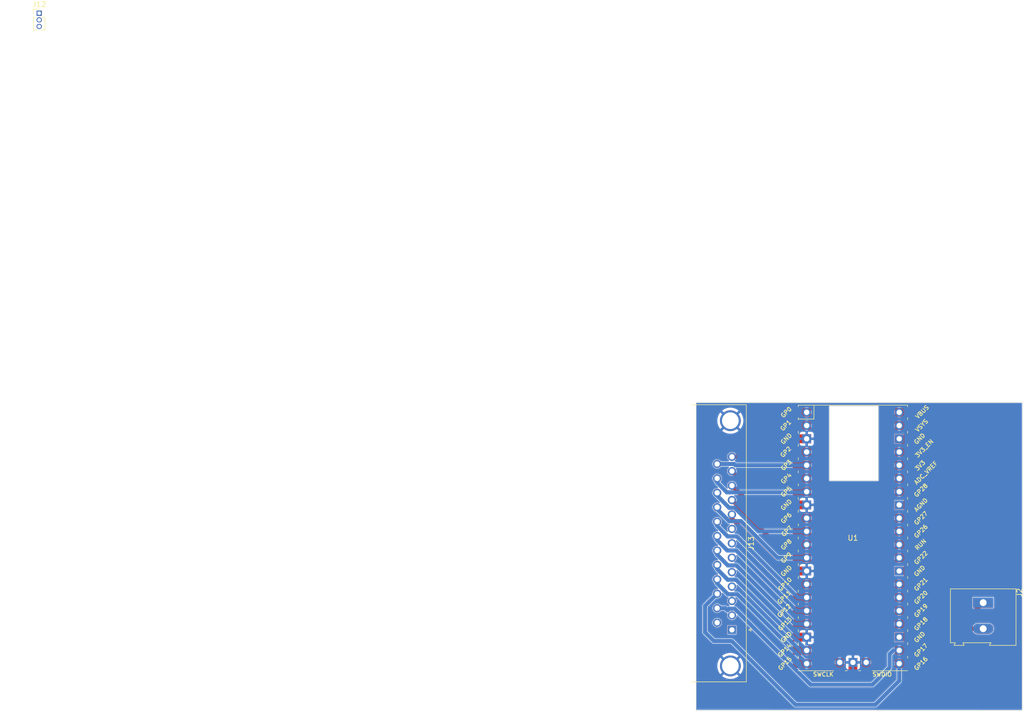
<source format=kicad_pcb>
(kicad_pcb (version 20221018) (generator pcbnew)
  (layers (0 "F.Cu" signal) (31 "B.Cu" signal) (34 "B.Paste" user) (35 "F.Paste" user) (36 "B.SilkS" user "B.Silkscreen") (37 "F.SilkS" user "F.Silkscreen") (38 "B.Mask" user) (39 "F.Mask" user) (44 "Edge.Cuts" user))
  (net 0 "")
  (net 1 "Net-(J2-Pin_1)")
  (net 2 "Net-(J2-Pin_2)")
  (net 3 "GND")
  (net 19 "Net-(J12-Pin_1)")
  (net 20 "Net-(J12-Pin_3)")
  (net 29 "Net-(U1-GPIO10)")
  (net 30 "Net-(U1-GPIO8)")
  (net 31 "Net-(U1-GPIO6)")
  (net 32 "Net-(U1-GPIO4)")
  (net 33 "Net-(U1-GPIO2)")
  (net 35 "Net-(J13-P15)")
  (net 36 "Net-(J13-P16)")
  (net 37 "Net-(J13-P17)")
  (net 38 "Net-(J13-P18)")
  (net 39 "Net-(J13-P19)")
  (net 40 "Net-(J13-P20)")
  (net 41 "Net-(J13-P21)")
  (net 42 "Net-(J13-P22)")
  (net 43 "Net-(J13-P23)")
  (net 44 "Net-(J13-P24)")
  (net 45 "Net-(J13-P25)")
  (net 46 "Net-(J13-P14)")
  (net 47 "unconnected-(U1-GND-Pad38)")
  (footprint "TerminalBlock:TerminalBlock_Altech_AK300-2_P5.00mm" (layer "F.Cu") (at 182.88 114.38 -90)
    (fp_text reference "J2" (at -1.92 -6.99 90) (layer "F.SilkS"))
    (fp_text value "Screw_Terminal_01x02")
    (fp_line (start -2.65 -6.3) (end -2.65 6.3) (stroke (width 0.12)) (layer "F.SilkS"))
    (fp_line (start -2.65 6.3) (end 7.7 6.3) (stroke (width 0.12)) (layer "F.SilkS"))
    (fp_line (start 7.7 -1.5) (end 8.2 -1.2) (stroke (width 0.12)) (layer "F.SilkS"))
    (fp_line (start 7.7 3.9) (end 7.7 -1.5) (stroke (width 0.12)) (layer "F.SilkS"))
    (fp_line (start 7.7 5.35) (end 8.2 5.6) (stroke (width 0.12)) (layer "F.SilkS"))
    (fp_line (start 7.7 6.3) (end 7.7 5.35) (stroke (width 0.12)) (layer "F.SilkS"))
    (fp_line (start 8.2 -6.3) (end -2.65 -6.3) (stroke (width 0.12)) (layer "F.SilkS"))
    (fp_line (start 8.2 -1.2) (end 8.2 -6.3) (stroke (width 0.12)) (layer "F.SilkS"))
    (fp_line (start 8.2 3.65) (end 7.7 3.9) (stroke (width 0.12)) (layer "F.SilkS"))
    (fp_line (start 8.2 3.7) (end 8.2 3.65) (stroke (width 0.12)) (layer "F.SilkS"))
    (fp_line (start 8.2 5.6) (end 8.2 3.7) (stroke (width 0.12)) (layer "F.SilkS"))
    (pad "1" thru_hole rect (at 0 0 270) (size 1.98 3.96) (drill 1.32) (layers "*.Cu" "*.Mask") (net 1 "Net-(J2-Pin_1)"))
    (pad "2" thru_hole oval (at 5 0 270) (size 1.98 3.96) (drill 1.32) (layers "*.Cu" "*.Mask") (net 2 "Net-(J2-Pin_2)"))
  )
  (footprint "Connector_Dsub:DSUB-25_Female_Horizontal_P2.77x2.84mm_EdgePinOffset4.94mm_Housed_MountingHolesOffset7.48mm" (layer "F.Cu") (at 134.62 119.6 -90)
    (fp_text reference "J13" (at -16.62 -3.7 90) (layer "F.SilkS"))
    (fp_text value "DB25_Plug_MountingHoles")
    (fp_line (start -43.23 -2.76) (end 9.99 -2.76) (stroke (width 0.12)) (layer "F.SilkS"))
    (fp_line (start -43.23 7.72) (end -43.23 -2.76) (stroke (width 0.12)) (layer "F.SilkS"))
    (fp_line (start -0.25 -3.654338) (end 0.25 -3.654338) (stroke (width 0.12)) (layer "F.SilkS"))
    (fp_line (start 0 -3.221325) (end -0.25 -3.654338) (stroke (width 0.12)) (layer "F.SilkS"))
    (fp_line (start 0.25 -3.654338) (end 0 -3.221325) (stroke (width 0.12)) (layer "F.SilkS"))
    (fp_line (start 9.99 -2.76) (end 9.99 7.72) (stroke (width 0.12)) (layer "F.SilkS"))
    (pad "0" thru_hole circle (at -40.17 0.3 270) (size 4 4) (drill 3.2) (layers "*.Cu" "*.Mask") (net 3 "GND"))
    (pad "0" thru_hole circle (at 6.93 0.3 270) (size 4 4) (drill 3.2) (layers "*.Cu" "*.Mask") (net 3 "GND"))
    (pad "1" thru_hole rect (at 0 0 270) (size 1.6 1.6) (drill 1) (layers "*.Cu" "*.Mask"))
    (pad "2" thru_hole circle (at -2.77 0 270) (size 1.6 1.6) (drill 1) (layers "*.Cu" "*.Mask"))
    (pad "3" thru_hole circle (at -5.54 0 270) (size 1.6 1.6) (drill 1) (layers "*.Cu" "*.Mask"))
    (pad "4" thru_hole circle (at -8.31 0 270) (size 1.6 1.6) (drill 1) (layers "*.Cu" "*.Mask"))
    (pad "5" thru_hole circle (at -11.08 0 270) (size 1.6 1.6) (drill 1) (layers "*.Cu" "*.Mask"))
    (pad "6" thru_hole circle (at -13.85 0 270) (size 1.6 1.6) (drill 1) (layers "*.Cu" "*.Mask"))
    (pad "7" thru_hole circle (at -16.62 0 270) (size 1.6 1.6) (drill 1) (layers "*.Cu" "*.Mask"))
    (pad "8" thru_hole circle (at -19.39 0 270) (size 1.6 1.6) (drill 1) (layers "*.Cu" "*.Mask"))
    (pad "9" thru_hole circle (at -22.16 0 270) (size 1.6 1.6) (drill 1) (layers "*.Cu" "*.Mask") (net 29 "Net-(U1-GPIO10)"))
    (pad "10" thru_hole circle (at -24.93 0 270) (size 1.6 1.6) (drill 1) (layers "*.Cu" "*.Mask") (net 30 "Net-(U1-GPIO8)"))
    (pad "11" thru_hole circle (at -27.7 0 270) (size 1.6 1.6) (drill 1) (layers "*.Cu" "*.Mask") (net 31 "Net-(U1-GPIO6)"))
    (pad "12" thru_hole circle (at -30.47 0 270) (size 1.6 1.6) (drill 1) (layers "*.Cu" "*.Mask") (net 32 "Net-(U1-GPIO4)"))
    (pad "13" thru_hole circle (at -33.24 0 270) (size 1.6 1.6) (drill 1) (layers "*.Cu" "*.Mask") (net 33 "Net-(U1-GPIO2)"))
    (pad "14" thru_hole circle (at -1.385 2.84 270) (size 1.6 1.6) (drill 1) (layers "*.Cu" "*.Mask"))
    (pad "15" thru_hole circle (at -4.155 2.84 270) (size 1.6 1.6) (drill 1) (layers "*.Cu" "*.Mask") (net 35 "Net-(J13-P15)"))
    (pad "16" thru_hole circle (at -6.925 2.84 270) (size 1.6 1.6) (drill 1) (layers "*.Cu" "*.Mask") (net 36 "Net-(J13-P16)"))
    (pad "17" thru_hole circle (at -9.695 2.84 270) (size 1.6 1.6) (drill 1) (layers "*.Cu" "*.Mask") (net 37 "Net-(J13-P17)"))
    (pad "18" thru_hole circle (at -12.465 2.84 270) (size 1.6 1.6) (drill 1) (layers "*.Cu" "*.Mask") (net 38 "Net-(J13-P18)"))
    (pad "19" thru_hole circle (at -15.235 2.84 270) (size 1.6 1.6) (drill 1) (layers "*.Cu" "*.Mask") (net 39 "Net-(J13-P19)"))
    (pad "20" thru_hole circle (at -18.005 2.84 270) (size 1.6 1.6) (drill 1) (layers "*.Cu" "*.Mask") (net 40 "Net-(J13-P20)"))
    (pad "21" thru_hole circle (at -20.775 2.84 270) (size 1.6 1.6) (drill 1) (layers "*.Cu" "*.Mask") (net 41 "Net-(J13-P21)"))
    (pad "22" thru_hole circle (at -23.545 2.84 270) (size 1.6 1.6) (drill 1) (layers "*.Cu" "*.Mask") (net 42 "Net-(J13-P22)"))
    (pad "23" thru_hole circle (at -26.315 2.84 270) (size 1.6 1.6) (drill 1) (layers "*.Cu" "*.Mask") (net 43 "Net-(J13-P23)"))
    (pad "24" thru_hole circle (at -29.085 2.84 270) (size 1.6 1.6) (drill 1) (layers "*.Cu" "*.Mask") (net 44 "Net-(J13-P24)"))
    (pad "25" thru_hole circle (at -31.855 2.84 270) (size 1.6 1.6) (drill 1) (layers "*.Cu" "*.Mask") (net 45 "Net-(J13-P25)"))
  )
  (footprint "Connector_PinHeader_1.27mm:PinHeader_1x03_P1.27mm_Vertical" (layer "F.Cu") (at 1.575 1.175)
    (fp_text reference "J12" (at 0 -1.695) (layer "F.SilkS"))
    (fp_text value "Conn_01x03_Socket")
    (fp_line (start -1.11 -0.76) (end 0 -0.76) (stroke (width 0.12)) (layer "F.SilkS"))
    (fp_line (start -1.11 0) (end -1.11 -0.76) (stroke (width 0.12)) (layer "F.SilkS"))
    (fp_line (start -1.11 0.76) (end -1.11 3.235) (stroke (width 0.12)) (layer "F.SilkS"))
    (fp_line (start -1.11 0.76) (end -0.563471 0.76) (stroke (width 0.12)) (layer "F.SilkS"))
    (fp_line (start -1.11 3.235) (end -0.30753 3.235) (stroke (width 0.12)) (layer "F.SilkS"))
    (fp_line (start 0.30753 3.235) (end 1.11 3.235) (stroke (width 0.12)) (layer "F.SilkS"))
    (fp_line (start 0.563471 0.76) (end 1.11 0.76) (stroke (width 0.12)) (layer "F.SilkS"))
    (fp_line (start 1.11 0.76) (end 1.11 3.235) (stroke (width 0.12)) (layer "F.SilkS"))
    (pad "1" thru_hole rect (at 0 0) (size 1 1) (drill 0.65) (layers "*.Cu" "*.Mask") (net 19 "Net-(J12-Pin_1)"))
    (pad "2" thru_hole oval (at 0 1.27) (size 1 1) (drill 0.65) (layers "*.Cu" "*.Mask") (net 3 "GND"))
    (pad "3" thru_hole oval (at 0 2.54) (size 1 1) (drill 0.65) (layers "*.Cu" "*.Mask") (net 20 "Net-(J12-Pin_3)"))
  )
  (footprint "MCU_RaspberryPi_and_Boards:RPi_Pico_SMD_TH" (layer "F.Cu") (at 157.865 101.955)
    (fp_text reference "U1" (at 0 0) (layer "F.SilkS"))
    (fp_text value "Pico")
    (fp_text user "GP7" (at -12.7 -1.3 45) (layer "F.SilkS") (effects (font (size 0.8 0.8))))
    (fp_text user "3V3_EN" (at 13.7 -17.2 45) (layer "F.SilkS") (effects (font (size 0.8 0.8))))
    (fp_text user "GND" (at 12.8 -19.05 45) (layer "F.SilkS") (effects (font (size 0.8 0.8))))
    (fp_text user "GP27" (at 13.054 -3.8 45) (layer "F.SilkS") (effects (font (size 0.8 0.8))))
    (fp_text user "GP18" (at 13.054 16.51 45) (layer "F.SilkS") (effects (font (size 0.8 0.8))))
    (fp_text user "GP10" (at -13.054 8.89 45) (layer "F.SilkS") (effects (font (size 0.8 0.8))))
    (fp_text user "GP14" (at -13.1 21.59 45) (layer "F.SilkS") (effects (font (size 0.8 0.8))))
    (fp_text user "GP16" (at 13.054 24.13 45) (layer "F.SilkS") (effects (font (size 0.8 0.8))))
    (fp_text user "GP21" (at 13.054 8.9 45) (layer "F.SilkS") (effects (font (size 0.8 0.8))))
    (fp_text user "ADC_VREF" (at 14 -12.5 45) (layer "F.SilkS") (effects (font (size 0.8 0.8))))
    (fp_text user "GND" (at -12.8 -6.35 45) (layer "F.SilkS") (effects (font (size 0.8 0.8))))
    (fp_text user "GND" (at -12.8 19.05 45) (layer "F.SilkS") (effects (font (size 0.8 0.8))))
    (fp_text user "VBUS" (at 13.3 -24.2 45) (layer "F.SilkS") (effects (font (size 0.8 0.8))))
    (fp_text user "GP6" (at -12.8 -3.81 45) (layer "F.SilkS") (effects (font (size 0.8 0.8))))
    (fp_text user "GP2" (at -12.9 -16.51 45) (layer "F.SilkS") (effects (font (size 0.8 0.8))))
    (fp_text user "GP26" (at 13.054 -1.27 45) (layer "F.SilkS") (effects (font (size 0.8 0.8))))
    (fp_text user "3V3" (at 12.9 -13.9 45) (layer "F.SilkS") (effects (font (size 0.8 0.8))))
    (fp_text user "GP1" (at -12.9 -21.6 45) (layer "F.SilkS") (effects (font (size 0.8 0.8))))
    (fp_text user "GP28" (at 13.054 -9.144 45) (layer "F.SilkS") (effects (font (size 0.8 0.8))))
    (fp_text user "GP9" (at -12.8 3.81 45) (layer "F.SilkS") (effects (font (size 0.8 0.8))))
    (fp_text user "GP20" (at 13.054 11.43 45) (layer "F.SilkS") (effects (font (size 0.8 0.8))))
    (fp_text user "GND" (at 12.8 6.35 45) (layer "F.SilkS") (effects (font (size 0.8 0.8))))
    (fp_text user "GP13" (at -13.054 16.51 45) (layer "F.SilkS") (effects (font (size 0.8 0.8))))
    (fp_text user "GP12" (at -13.2 13.97 45) (layer "F.SilkS") (effects (font (size 0.8 0.8))))
    (fp_text user "GP17" (at 13.054 21.59 45) (layer "F.SilkS") (effects (font (size 0.8 0.8))))
    (fp_text user "SWCLK" (at -5.7 26.2) (layer "F.SilkS") (effects (font (size 0.8 0.8))))
    (fp_text user "AGND" (at 13.054 -6.35 45) (layer "F.SilkS") (effects (font (size 0.8 0.8))))
    (fp_text user "GP4" (at -12.8 -11.43 45) (layer "F.SilkS") (effects (font (size 0.8 0.8))))
    (fp_text user "GP0" (at -12.8 -24.13 45) (layer "F.SilkS") (effects (font (size 0.8 0.8))))
    (fp_text user "RUN" (at 13 1.27 45) (layer "F.SilkS") (effects (font (size 0.8 0.8))))
    (fp_text user "VSYS" (at 13.2 -21.59 45) (layer "F.SilkS") (effects (font (size 0.8 0.8))))
    (fp_text user "SWDIO" (at 5.6 26.2) (layer "F.SilkS") (effects (font (size 0.8 0.8))))
    (fp_text user "GP19" (at 13.054 13.97 45) (layer "F.SilkS") (effects (font (size 0.8 0.8))))
    (fp_text user "GP5" (at -12.8 -8.89 45) (layer "F.SilkS") (effects (font (size 0.8 0.8))))
    (fp_text user "GND" (at -12.8 -19.05 45) (layer "F.SilkS") (effects (font (size 0.8 0.8))))
    (fp_text user "GP22" (at 13.054 3.81 45) (layer "F.SilkS") (effects (font (size 0.8 0.8))))
    (fp_text user "GND" (at 12.8 19.05 45) (layer "F.SilkS") (effects (font (size 0.8 0.8))))
    (fp_text user "GP11" (at -13.2 11.43 45) (layer "F.SilkS") (effects (font (size 0.8 0.8))))
    (fp_text user "GND" (at -12.8 6.35 45) (layer "F.SilkS") (effects (font (size 0.8 0.8))))
    (fp_text user "GP3" (at -12.8 -13.97 45) (layer "F.SilkS") (effects (font (size 0.8 0.8))))
    (fp_text user "GP15" (at -13.054 24.13 45) (layer "F.SilkS") (effects (font (size 0.8 0.8))))
    (fp_text user "GP8" (at -12.8 1.27 45) (layer "F.SilkS") (effects (font (size 0.8 0.8))))
    (fp_line (start -10.5 -25.5) (end -10.5 -25.2) (stroke (width 0.12)) (layer "F.SilkS"))
    (fp_line (start -10.5 -25.5) (end 10.5 -25.5) (stroke (width 0.12)) (layer "F.SilkS"))
    (fp_line (start -10.5 -23.1) (end -10.5 -22.7) (stroke (width 0.12)) (layer "F.SilkS"))
    (fp_line (start -10.5 -22.833) (end -7.493 -22.833) (stroke (width 0.12)) (layer "F.SilkS"))
    (fp_line (start -10.5 -20.5) (end -10.5 -20.1) (stroke (width 0.12)) (layer "F.SilkS"))
    (fp_line (start -10.5 -18) (end -10.5 -17.6) (stroke (width 0.12)) (layer "F.SilkS"))
    (fp_line (start -10.5 -15.4) (end -10.5 -15) (stroke (width 0.12)) (layer "F.SilkS"))
    (fp_line (start -10.5 -12.9) (end -10.5 -12.5) (stroke (width 0.12)) (layer "F.SilkS"))
    (fp_line (start -10.5 -10.4) (end -10.5 -10) (stroke (width 0.12)) (layer "F.SilkS"))
    (fp_line (start -10.5 -7.8) (end -10.5 -7.4) (stroke (width 0.12)) (layer "F.SilkS"))
    (fp_line (start -10.5 -5.3) (end -10.5 -4.9) (stroke (width 0.12)) (layer "F.SilkS"))
    (fp_line (start -10.5 -2.7) (end -10.5 -2.3) (stroke (width 0.12)) (layer "F.SilkS"))
    (fp_line (start -10.5 -0.2) (end -10.5 0.2) (stroke (width 0.12)) (layer "F.SilkS"))
    (fp_line (start -10.5 2.3) (end -10.5 2.7) (stroke (width 0.12)) (layer "F.SilkS"))
    (fp_line (start -10.5 4.9) (end -10.5 5.3) (stroke (width 0.12)) (layer "F.SilkS"))
    (fp_line (start -10.5 7.4) (end -10.5 7.8) (stroke (width 0.12)) (layer "F.SilkS"))
    (fp_line (start -10.5 10) (end -10.5 10.4) (stroke (width 0.12)) (layer "F.SilkS"))
    (fp_line (start -10.5 12.5) (end -10.5 12.9) (stroke (width 0.12)) (layer "F.SilkS"))
    (fp_line (start -10.5 15.1) (end -10.5 15.5) (stroke (width 0.12)) (layer "F.SilkS"))
    (fp_line (start -10.5 17.6) (end -10.5 18) (stroke (width 0.12)) (layer "F.SilkS"))
    (fp_line (start -10.5 20.1) (end -10.5 20.5) (stroke (width 0.12)) (layer "F.SilkS"))
    (fp_line (start -10.5 22.7) (end -10.5 23.1) (stroke (width 0.12)) (layer "F.SilkS"))
    (fp_line (start -7.493 -22.833) (end -7.493 -25.5) (stroke (width 0.12)) (layer "F.SilkS"))
    (fp_line (start -3.7 25.5) (end -10.5 25.5) (stroke (width 0.12)) (layer "F.SilkS"))
    (fp_line (start -1.5 25.5) (end -1.1 25.5) (stroke (width 0.12)) (layer "F.SilkS"))
    (fp_line (start 1.1 25.5) (end 1.5 25.5) (stroke (width 0.12)) (layer "F.SilkS"))
    (fp_line (start 10.5 -25.5) (end 10.5 -25.2) (stroke (width 0.12)) (layer "F.SilkS"))
    (fp_line (start 10.5 -23.1) (end 10.5 -22.7) (stroke (width 0.12)) (layer "F.SilkS"))
    (fp_line (start 10.5 -20.5) (end 10.5 -20.1) (stroke (width 0.12)) (layer "F.SilkS"))
    (fp_line (start 10.5 -18) (end 10.5 -17.6) (stroke (width 0.12)) (layer "F.SilkS"))
    (fp_line (start 10.5 -15.4) (end 10.5 -15) (stroke (width 0.12)) (layer "F.SilkS"))
    (fp_line (start 10.5 -12.9) (end 10.5 -12.5) (stroke (width 0.12)) (layer "F.SilkS"))
    (fp_line (start 10.5 -10.4) (end 10.5 -10) (stroke (width 0.12)) (layer "F.SilkS"))
    (fp_line (start 10.5 -7.8) (end 10.5 -7.4) (stroke (width 0.12)) (layer "F.SilkS"))
    (fp_line (start 10.5 -5.3) (end 10.5 -4.9) (stroke (width 0.12)) (layer "F.SilkS"))
    (fp_line (start 10.5 -2.7) (end 10.5 -2.3) (stroke (width 0.12)) (layer "F.SilkS"))
    (fp_line (start 10.5 -0.2) (end 10.5 0.2) (stroke (width 0.12)) (layer "F.SilkS"))
    (fp_line (start 10.5 2.3) (end 10.5 2.7) (stroke (width 0.12)) (layer "F.SilkS"))
    (fp_line (start 10.5 4.9) (end 10.5 5.3) (stroke (width 0.12)) (layer "F.SilkS"))
    (fp_line (start 10.5 7.4) (end 10.5 7.8) (stroke (width 0.12)) (layer "F.SilkS"))
    (fp_line (start 10.5 10) (end 10.5 10.4) (stroke (width 0.12)) (layer "F.SilkS"))
    (fp_line (start 10.5 12.5) (end 10.5 12.9) (stroke (width 0.12)) (layer "F.SilkS"))
    (fp_line (start 10.5 15.1) (end 10.5 15.5) (stroke (width 0.12)) (layer "F.SilkS"))
    (fp_line (start 10.5 17.6) (end 10.5 18) (stroke (width 0.12)) (layer "F.SilkS"))
    (fp_line (start 10.5 20.1) (end 10.5 20.5) (stroke (width 0.12)) (layer "F.SilkS"))
    (fp_line (start 10.5 22.7) (end 10.5 23.1) (stroke (width 0.12)) (layer "F.SilkS"))
    (fp_line (start 10.5 25.5) (end 3.7 25.5) (stroke (width 0.12)) (layer "F.SilkS"))
    (pad "" np_thru_hole oval (at -2.725 -24) (size 1.8 1.8) (drill 1.8) (layers "*.Cu" "*.Mask"))
    (pad "" np_thru_hole oval (at -2.425 -20.97) (size 1.5 1.5) (drill 1.5) (layers "*.Cu" "*.Mask"))
    (pad "" np_thru_hole oval (at 2.425 -20.97) (size 1.5 1.5) (drill 1.5) (layers "*.Cu" "*.Mask"))
    (pad "" np_thru_hole oval (at 2.725 -24) (size 1.8 1.8) (drill 1.8) (layers "*.Cu" "*.Mask"))
    (pad "1" thru_hole oval (at -8.89 -24.13) (size 1.7 1.7) (drill 1.02) (layers "*.Cu" "*.Mask"))
    (pad "1" smd rect (at -8.89 -24.13) (size 3.5 1.7) (drill (offset -0.9 0)) (layers "F.Cu" "F.Mask"))
    (pad "2" thru_hole oval (at -8.89 -21.59) (size 1.7 1.7) (drill 1.02) (layers "*.Cu" "*.Mask"))
    (pad "2" smd rect (at -8.89 -21.59) (size 3.5 1.7) (drill (offset -0.9 0)) (layers "F.Cu" "F.Mask"))
    (pad "3" thru_hole rect (at -8.89 -19.05) (size 1.7 1.7) (drill 1.02) (layers "*.Cu" "*.Mask") (net 3 "GND"))
    (pad "3" smd rect (at -8.89 -19.05) (size 3.5 1.7) (drill (offset -0.9 0)) (layers "F.Cu" "F.Mask") (net 3 "GND"))
    (pad "4" thru_hole oval (at -8.89 -16.51) (size 1.7 1.7) (drill 1.02) (layers "*.Cu" "*.Mask") (net 33 "Net-(U1-GPIO2)"))
    (pad "4" smd rect (at -8.89 -16.51) (size 3.5 1.7) (drill (offset -0.9 0)) (layers "F.Cu" "F.Mask") (net 33 "Net-(U1-GPIO2)"))
    (pad "5" thru_hole oval (at -8.89 -13.97) (size 1.7 1.7) (drill 1.02) (layers "*.Cu" "*.Mask") (net 45 "Net-(J13-P25)"))
    (pad "5" smd rect (at -8.89 -13.97) (size 3.5 1.7) (drill (offset -0.9 0)) (layers "F.Cu" "F.Mask") (net 45 "Net-(J13-P25)"))
    (pad "6" thru_hole oval (at -8.89 -11.43) (size 1.7 1.7) (drill 1.02) (layers "*.Cu" "*.Mask") (net 32 "Net-(U1-GPIO4)"))
    (pad "6" smd rect (at -8.89 -11.43) (size 3.5 1.7) (drill (offset -0.9 0)) (layers "F.Cu" "F.Mask") (net 32 "Net-(U1-GPIO4)"))
    (pad "7" thru_hole oval (at -8.89 -8.89) (size 1.7 1.7) (drill 1.02) (layers "*.Cu" "*.Mask") (net 44 "Net-(J13-P24)"))
    (pad "7" smd rect (at -8.89 -8.89) (size 3.5 1.7) (drill (offset -0.9 0)) (layers "F.Cu" "F.Mask") (net 44 "Net-(J13-P24)"))
    (pad "8" thru_hole rect (at -8.89 -6.35) (size 1.7 1.7) (drill 1.02) (layers "*.Cu" "*.Mask") (net 3 "GND"))
    (pad "8" smd rect (at -8.89 -6.35) (size 3.5 1.7) (drill (offset -0.9 0)) (layers "F.Cu" "F.Mask") (net 3 "GND"))
    (pad "9" thru_hole oval (at -8.89 -3.81) (size 1.7 1.7) (drill 1.02) (layers "*.Cu" "*.Mask") (net 31 "Net-(U1-GPIO6)"))
    (pad "9" smd rect (at -8.89 -3.81) (size 3.5 1.7) (drill (offset -0.9 0)) (layers "F.Cu" "F.Mask") (net 31 "Net-(U1-GPIO6)"))
    (pad "10" thru_hole oval (at -8.89 -1.27) (size 1.7 1.7) (drill 1.02) (layers "*.Cu" "*.Mask") (net 43 "Net-(J13-P23)"))
    (pad "10" smd rect (at -8.89 -1.27) (size 3.5 1.7) (drill (offset -0.9 0)) (layers "F.Cu" "F.Mask") (net 43 "Net-(J13-P23)"))
    (pad "11" thru_hole oval (at -8.89 1.27) (size 1.7 1.7) (drill 1.02) (layers "*.Cu" "*.Mask") (net 30 "Net-(U1-GPIO8)"))
    (pad "11" smd rect (at -8.89 1.27) (size 3.5 1.7) (drill (offset -0.9 0)) (layers "F.Cu" "F.Mask") (net 30 "Net-(U1-GPIO8)"))
    (pad "12" thru_hole oval (at -8.89 3.81) (size 1.7 1.7) (drill 1.02) (layers "*.Cu" "*.Mask") (net 42 "Net-(J13-P22)"))
    (pad "12" smd rect (at -8.89 3.81) (size 3.5 1.7) (drill (offset -0.9 0)) (layers "F.Cu" "F.Mask") (net 42 "Net-(J13-P22)"))
    (pad "13" thru_hole rect (at -8.89 6.35) (size 1.7 1.7) (drill 1.02) (layers "*.Cu" "*.Mask") (net 3 "GND"))
    (pad "13" smd rect (at -8.89 6.35) (size 3.5 1.7) (drill (offset -0.9 0)) (layers "F.Cu" "F.Mask") (net 3 "GND"))
    (pad "14" thru_hole oval (at -8.89 8.89) (size 1.7 1.7) (drill 1.02) (layers "*.Cu" "*.Mask") (net 29 "Net-(U1-GPIO10)"))
    (pad "14" smd rect (at -8.89 8.89) (size 3.5 1.7) (drill (offset -0.9 0)) (layers "F.Cu" "F.Mask") (net 29 "Net-(U1-GPIO10)"))
    (pad "15" thru_hole oval (at -8.89 11.43) (size 1.7 1.7) (drill 1.02) (layers "*.Cu" "*.Mask") (net 41 "Net-(J13-P21)"))
    (pad "15" smd rect (at -8.89 11.43) (size 3.5 1.7) (drill (offset -0.9 0)) (layers "F.Cu" "F.Mask") (net 41 "Net-(J13-P21)"))
    (pad "16" thru_hole oval (at -8.89 13.97) (size 1.7 1.7) (drill 1.02) (layers "*.Cu" "*.Mask") (net 40 "Net-(J13-P20)"))
    (pad "16" smd rect (at -8.89 13.97) (size 3.5 1.7) (drill (offset -0.9 0)) (layers "F.Cu" "F.Mask") (net 40 "Net-(J13-P20)"))
    (pad "17" thru_hole oval (at -8.89 16.51) (size 1.7 1.7) (drill 1.02) (layers "*.Cu" "*.Mask") (net 39 "Net-(J13-P19)"))
    (pad "17" smd rect (at -8.89 16.51) (size 3.5 1.7) (drill (offset -0.9 0)) (layers "F.Cu" "F.Mask") (net 39 "Net-(J13-P19)"))
    (pad "18" thru_hole rect (at -8.89 19.05) (size 1.7 1.7) (drill 1.02) (layers "*.Cu" "*.Mask") (net 3 "GND"))
    (pad "18" smd rect (at -8.89 19.05) (size 3.5 1.7) (drill (offset -0.9 0)) (layers "F.Cu" "F.Mask") (net 3 "GND"))
    (pad "19" thru_hole oval (at -8.89 21.59) (size 1.7 1.7) (drill 1.02) (layers "*.Cu" "*.Mask") (net 38 "Net-(J13-P18)"))
    (pad "19" smd rect (at -8.89 21.59) (size 3.5 1.7) (drill (offset -0.9 0)) (layers "F.Cu" "F.Mask") (net 38 "Net-(J13-P18)"))
    (pad "20" thru_hole oval (at -8.89 24.13) (size 1.7 1.7) (drill 1.02) (layers "*.Cu" "*.Mask") (net 37 "Net-(J13-P17)"))
    (pad "20" smd rect (at -8.89 24.13) (size 3.5 1.7) (drill (offset -0.9 0)) (layers "F.Cu" "F.Mask") (net 37 "Net-(J13-P17)"))
    (pad "21" thru_hole oval (at 8.89 24.13) (size 1.7 1.7) (drill 1.02) (layers "*.Cu" "*.Mask") (net 36 "Net-(J13-P16)"))
    (pad "21" smd rect (at 8.89 24.13) (size 3.5 1.7) (drill (offset 0.9 0)) (layers "F.Cu" "F.Mask") (net 36 "Net-(J13-P16)"))
    (pad "22" thru_hole oval (at 8.89 21.59) (size 1.7 1.7) (drill 1.02) (layers "*.Cu" "*.Mask") (net 35 "Net-(J13-P15)"))
    (pad "22" smd rect (at 8.89 21.59) (size 3.5 1.7) (drill (offset 0.9 0)) (layers "F.Cu" "F.Mask") (net 35 "Net-(J13-P15)"))
    (pad "23" thru_hole rect (at 8.89 19.05) (size 1.7 1.7) (drill 1.02) (layers "*.Cu" "*.Mask"))
    (pad "23" smd rect (at 8.89 19.05) (size 3.5 1.7) (drill (offset 0.9 0)) (layers "F.Cu" "F.Mask"))
    (pad "24" thru_hole oval (at 8.89 16.51) (size 1.7 1.7) (drill 1.02) (layers "*.Cu" "*.Mask") (net 2 "Net-(J2-Pin_2)"))
    (pad "24" smd rect (at 8.89 16.51) (size 3.5 1.7) (drill (offset 0.9 0)) (layers "F.Cu" "F.Mask") (net 2 "Net-(J2-Pin_2)"))
    (pad "25" thru_hole oval (at 8.89 13.97) (size 1.7 1.7) (drill 1.02) (layers "*.Cu" "*.Mask") (net 1 "Net-(J2-Pin_1)"))
    (pad "25" smd rect (at 8.89 13.97) (size 3.5 1.7) (drill (offset 0.9 0)) (layers "F.Cu" "F.Mask") (net 1 "Net-(J2-Pin_1)"))
    (pad "26" thru_hole oval (at 8.89 11.43) (size 1.7 1.7) (drill 1.02) (layers "*.Cu" "*.Mask") (net 46 "Net-(J13-P14)"))
    (pad "26" smd rect (at 8.89 11.43) (size 3.5 1.7) (drill (offset 0.9 0)) (layers "F.Cu" "F.Mask") (net 46 "Net-(J13-P14)"))
    (pad "27" thru_hole oval (at 8.89 8.89) (size 1.7 1.7) (drill 1.02) (layers "*.Cu" "*.Mask"))
    (pad "27" smd rect (at 8.89 8.89) (size 3.5 1.7) (drill (offset 0.9 0)) (layers "F.Cu" "F.Mask"))
    (pad "28" thru_hole rect (at 8.89 6.35) (size 1.7 1.7) (drill 1.02) (layers "*.Cu" "*.Mask"))
    (pad "28" smd rect (at 8.89 6.35) (size 3.5 1.7) (drill (offset 0.9 0)) (layers "F.Cu" "F.Mask"))
    (pad "29" thru_hole oval (at 8.89 3.81) (size 1.7 1.7) (drill 1.02) (layers "*.Cu" "*.Mask"))
    (pad "29" smd rect (at 8.89 3.81) (size 3.5 1.7) (drill (offset 0.9 0)) (layers "F.Cu" "F.Mask"))
    (pad "30" thru_hole oval (at 8.89 1.27) (size 1.7 1.7) (drill 1.02) (layers "*.Cu" "*.Mask"))
    (pad "30" smd rect (at 8.89 1.27) (size 3.5 1.7) (drill (offset 0.9 0)) (layers "F.Cu" "F.Mask"))
    (pad "31" thru_hole oval (at 8.89 -1.27) (size 1.7 1.7) (drill 1.02) (layers "*.Cu" "*.Mask"))
    (pad "31" smd rect (at 8.89 -1.27) (size 3.5 1.7) (drill (offset 0.9 0)) (layers "F.Cu" "F.Mask"))
    (pad "32" thru_hole oval (at 8.89 -3.81) (size 1.7 1.7) (drill 1.02) (layers "*.Cu" "*.Mask"))
    (pad "32" smd rect (at 8.89 -3.81) (size 3.5 1.7) (drill (offset 0.9 0)) (layers "F.Cu" "F.Mask"))
    (pad "33" thru_hole rect (at 8.89 -6.35) (size 1.7 1.7) (drill 1.02) (layers "*.Cu" "*.Mask"))
    (pad "33" smd rect (at 8.89 -6.35) (size 3.5 1.7) (drill (offset 0.9 0)) (layers "F.Cu" "F.Mask"))
    (pad "34" thru_hole oval (at 8.89 -8.89) (size 1.7 1.7) (drill 1.02) (layers "*.Cu" "*.Mask"))
    (pad "34" smd rect (at 8.89 -8.89) (size 3.5 1.7) (drill (offset 0.9 0)) (layers "F.Cu" "F.Mask"))
    (pad "35" thru_hole oval (at 8.89 -11.43) (size 1.7 1.7) (drill 1.02) (layers "*.Cu" "*.Mask"))
    (pad "35" smd rect (at 8.89 -11.43) (size 3.5 1.7) (drill (offset 0.9 0)) (layers "F.Cu" "F.Mask"))
    (pad "36" thru_hole oval (at 8.89 -13.97) (size 1.7 1.7) (drill 1.02) (layers "*.Cu" "*.Mask"))
    (pad "36" smd rect (at 8.89 -13.97) (size 3.5 1.7) (drill (offset 0.9 0)) (layers "F.Cu" "F.Mask"))
    (pad "37" thru_hole oval (at 8.89 -16.51) (size 1.7 1.7) (drill 1.02) (layers "*.Cu" "*.Mask"))
    (pad "37" smd rect (at 8.89 -16.51) (size 3.5 1.7) (drill (offset 0.9 0)) (layers "F.Cu" "F.Mask"))
    (pad "38" thru_hole rect (at 8.89 -19.05) (size 1.7 1.7) (drill 1.02) (layers "*.Cu" "*.Mask") (net 47 "unconnected-(U1-GND-Pad38)"))
    (pad "38" smd rect (at 8.89 -19.05) (size 3.5 1.7) (drill (offset 0.9 0)) (layers "F.Cu" "F.Mask") (net 47 "unconnected-(U1-GND-Pad38)"))
    (pad "39" thru_hole oval (at 8.89 -21.59) (size 1.7 1.7) (drill 1.02) (layers "*.Cu" "*.Mask"))
    (pad "39" smd rect (at 8.89 -21.59) (size 3.5 1.7) (drill (offset 0.9 0)) (layers "F.Cu" "F.Mask"))
    (pad "40" thru_hole oval (at 8.89 -24.13) (size 1.7 1.7) (drill 1.02) (layers "*.Cu" "*.Mask"))
    (pad "40" smd rect (at 8.89 -24.13) (size 3.5 1.7) (drill (offset 0.9 0)) (layers "F.Cu" "F.Mask"))
    (pad "41" thru_hole oval (at -2.54 23.9) (size 1.7 1.7) (drill 1.02) (layers "*.Cu" "*.Mask") (net 20 "Net-(J12-Pin_3)"))
    (pad "41" smd rect (at -2.54 23.9 90) (size 3.5 1.7) (drill (offset -0.9 0)) (layers "F.Cu" "F.Mask") (net 20 "Net-(J12-Pin_3)"))
    (pad "42" thru_hole rect (at 0 23.9) (size 1.7 1.7) (drill 1.02) (layers "*.Cu" "*.Mask") (net 3 "GND"))
    (pad "42" smd rect (at 0 23.9 90) (size 3.5 1.7) (drill (offset -0.9 0)) (layers "F.Cu" "F.Mask") (net 3 "GND"))
    (pad "43" thru_hole oval (at 2.54 23.9) (size 1.7 1.7) (drill 1.02) (layers "*.Cu" "*.Mask") (net 19 "Net-(J12-Pin_1)"))
    (pad "43" smd rect (at 2.54 23.9 90) (size 3.5 1.7) (drill (offset -0.9 0)) (layers "F.Cu" "F.Mask") (net 19 "Net-(J12-Pin_1)"))
  )
  (gr_rect (start 153.32 76.59) (end 162.77 90.99) (stroke (width 0.1)) (fill none) (layer "Edge.Cuts"))
  (gr_rect (start 127.75 75.96) (end 190.37 135.12) (stroke (width 0.1)) (fill none) (layer "Edge.Cuts"))
  (segment (start 181.335 115.925) (end 166.755 115.925) (width 0.8) (layer "F.Cu") (net 1))
  (segment (start 182.88 114.38) (end 181.335 115.925) (width 0.8) (layer "F.Cu") (net 1))
  (segment (start 167.67 119.38) (end 166.755 118.465) (width 0.8) (layer "F.Cu") (net 2))
  (segment (start 182.88 119.38) (end 167.67 119.38) (width 0.8) (layer "F.Cu") (net 2))
  (segment (start 147.225 110.845) (end 148.975 110.845) (width 0.8) (layer "F.Cu") (net 29))
  (segment (start 134.62 98.24) (end 147.225 110.845) (width 0.8) (layer "F.Cu") (net 29))
  (segment (start 134.62 97.44) (end 134.62 98.24) (width 0.8) (layer "F.Cu") (net 29))
  (segment (start 143.175 103.225) (end 148.975 103.225) (width 0.8) (layer "F.Cu") (net 30))
  (segment (start 134.62 94.67) (end 143.175 103.225) (width 0.8) (layer "F.Cu") (net 30))
  (segment (start 134.62 91.9) (end 140.865 98.145) (width 0.8) (layer "F.Cu") (net 31))
  (segment (start 140.865 98.145) (end 148.975 98.145) (width 0.8) (layer "F.Cu") (net 31))
  (segment (start 136.015 90.525) (end 148.975 90.525) (width 0.8) (layer "F.Cu") (net 32))
  (segment (start 134.62 89.13) (end 136.015 90.525) (width 0.8) (layer "F.Cu") (net 32))
  (segment (start 134.62 86.36) (end 148.06 86.36) (width 0.8) (layer "F.Cu") (net 33))
  (segment (start 148.06 86.36) (end 148.975 85.445) (width 0.8) (layer "F.Cu") (net 33))
  (segment (start 133.771389 115.861389) (end 133.355 115.445) (width 0.8) (layer "B.Cu") (net 35))
  (segment (start 135.147222 115.54) (end 134.092778 115.54) (width 0.8) (layer "B.Cu") (net 35))
  (segment (start 161.62 130.12) (end 149.727222 130.12) (width 0.8) (layer "B.Cu") (net 35))
  (segment (start 165.625 123.545) (end 164.9 124.27) (width 0.8) (layer "B.Cu") (net 35))
  (segment (start 149.727222 130.12) (end 135.147222 115.54) (width 0.8) (layer "B.Cu") (net 35))
  (segment (start 133.355 115.445) (end 131.78 115.445) (width 0.8) (layer "B.Cu") (net 35))
  (segment (start 164.9 124.27) (end 164.9 126.84) (width 0.8) (layer "B.Cu") (net 35))
  (segment (start 166.755 123.545) (end 165.625 123.545) (width 0.8) (layer "B.Cu") (net 35))
  (segment (start 134.092778 115.54) (end 133.771389 115.861389) (width 0.8) (layer "B.Cu") (net 35))
  (segment (start 164.9 126.84) (end 161.62 130.12) (width 0.8) (layer "B.Cu") (net 35))
  (segment (start 146.81 133.98) (end 162.16 133.98) (width 0.8) (layer "B.Cu") (net 36))
  (segment (start 129.46 120.08) (end 131.13 121.75) (width 0.8) (layer "B.Cu") (net 36))
  (segment (start 162.16 133.98) (end 166.755 129.385) (width 0.8) (layer "B.Cu") (net 36))
  (segment (start 134.58 121.75) (end 146.81 133.98) (width 0.8) (layer "B.Cu") (net 36))
  (segment (start 129.46 114.995) (end 129.46 120.08) (width 0.8) (layer "B.Cu") (net 36))
  (segment (start 166.755 129.385) (end 166.755 126.085) (width 0.8) (layer "B.Cu") (net 36))
  (segment (start 131.78 112.675) (end 129.46 114.995) (width 0.8) (layer "B.Cu") (net 36))
  (segment (start 131.13 121.75) (end 134.58 121.75) (width 0.8) (layer "B.Cu") (net 36))
  (segment (start 135.66 112.77) (end 148.975 126.085) (width 0.8) (layer "B.Cu") (net 37))
  (segment (start 131.78 109.905) (end 131.78 110.705) (width 0.8) (layer "B.Cu") (net 37))
  (segment (start 131.78 110.705) (end 133.845 112.77) (width 0.8) (layer "B.Cu") (net 37))
  (segment (start 133.845 112.77) (end 135.66 112.77) (width 0.8) (layer "B.Cu") (net 37))
  (segment (start 131.78 107.135) (end 131.78 107.935) (width 0.8) (layer "B.Cu") (net 38))
  (segment (start 135.4 109.97) (end 148.975 123.545) (width 0.8) (layer "B.Cu") (net 38))
  (segment (start 133.815 109.97) (end 135.4 109.97) (width 0.8) (layer "B.Cu") (net 38))
  (segment (start 131.78 107.935) (end 133.815 109.97) (width 0.8) (layer "B.Cu") (net 38))
  (segment (start 131.78 104.365) (end 131.78 105.165) (width 0.8) (layer "B.Cu") (net 39))
  (segment (start 135.49 107.23) (end 146.725 118.465) (width 0.8) (layer "B.Cu") (net 39))
  (segment (start 146.725 118.465) (end 148.975 118.465) (width 0.8) (layer "B.Cu") (net 39))
  (segment (start 131.78 105.165) (end 133.845 107.23) (width 0.8) (layer "B.Cu") (net 39))
  (segment (start 133.845 107.23) (end 135.49 107.23) (width 0.8) (layer "B.Cu") (net 39))
  (segment (start 133.735 104.35) (end 135.45 104.35) (width 0.8) (layer "B.Cu") (net 40))
  (segment (start 135.45 104.35) (end 147.025 115.925) (width 0.8) (layer "B.Cu") (net 40))
  (segment (start 131.78 102.395) (end 133.735 104.35) (width 0.8) (layer "B.Cu") (net 40))
  (segment (start 147.025 115.925) (end 148.975 115.925) (width 0.8) (layer "B.Cu") (net 40))
  (segment (start 131.78 101.595) (end 131.78 102.395) (width 0.8) (layer "B.Cu") (net 40))
  (segment (start 147.295 113.385) (end 148.975 113.385) (width 0.8) (layer "B.Cu") (net 41))
  (segment (start 133.815 101.66) (end 135.57 101.66) (width 0.8) (layer "B.Cu") (net 41))
  (segment (start 131.78 99.625) (end 133.815 101.66) (width 0.8) (layer "B.Cu") (net 41))
  (segment (start 135.57 101.66) (end 147.295 113.385) (width 0.8) (layer "B.Cu") (net 41))
  (segment (start 131.78 98.825) (end 131.78 99.625) (width 0.8) (layer "B.Cu") (net 41))
  (segment (start 143.395 105.765) (end 148.975 105.765) (width 0.8) (layer "B.Cu") (net 42))
  (segment (start 136.36 98.73) (end 143.395 105.765) (width 0.8) (layer "B.Cu") (net 42))
  (segment (start 134.092778 98.73) (end 136.36 98.73) (width 0.8) (layer "B.Cu") (net 42))
  (segment (start 131.78 96.417222) (end 134.092778 98.73) (width 0.8) (layer "B.Cu") (net 42))
  (segment (start 131.78 96.055) (end 131.78 96.417222) (width 0.8) (layer "B.Cu") (net 42))
  (segment (start 135.147222 96.15) (end 139.687222 100.69) (width 0.8) (layer "B.Cu") (net 43))
  (segment (start 148.97 100.69) (end 148.975 100.685) (width 0.8) (layer "B.Cu") (net 43))
  (segment (start 131.78 93.285) (end 131.78 93.837222) (width 0.8) (layer "B.Cu") (net 43))
  (segment (start 131.78 93.837222) (end 134.092778 96.15) (width 0.8) (layer "B.Cu") (net 43))
  (segment (start 139.687222 100.69) (end 148.97 100.69) (width 0.8) (layer "B.Cu") (net 43))
  (segment (start 134.092778 96.15) (end 135.147222 96.15) (width 0.8) (layer "B.Cu") (net 43))
  (segment (start 148.85 93.19) (end 148.975 93.065) (width 0.8) (layer "B.Cu") (net 44))
  (segment (start 131.78 91.315) (end 133.655 93.19) (width 0.8) (layer "B.Cu") (net 44))
  (segment (start 133.655 93.19) (end 148.85 93.19) (width 0.8) (layer "B.Cu") (net 44))
  (segment (start 131.78 90.515) (end 131.78 91.315) (width 0.8) (layer "B.Cu") (net 44))
  (segment (start 131.78 87.745) (end 135.052222 87.745) (width 0.8) (layer "B.Cu") (net 45))
  (segment (start 135.292222 87.985) (end 148.975 87.985) (width 0.8) (layer "B.Cu") (net 45))
  (segment (start 135.052222 87.745) (end 135.292222 87.985) (width 0.8) (layer "B.Cu") (net 45))
  (segment (start 167.67 83.82) (end 166.755 82.905) (width 0.8) (layer "F.Cu") (net 47))
  (zone (net 3) (net_name "GND") (layer "B.Cu") (connect_pads (clearance 0.001)) (min_thickness 0.25) (fill yes (thermal_gap 0.5) (thermal_bridge_width 0.5))
    (polygon (pts (xy 127.77 76.01) (xy 190.35 76) (xy 190.31 134.97) (xy 127.75 134.95) (xy 127.78 75.98)))
  )
)
</source>
